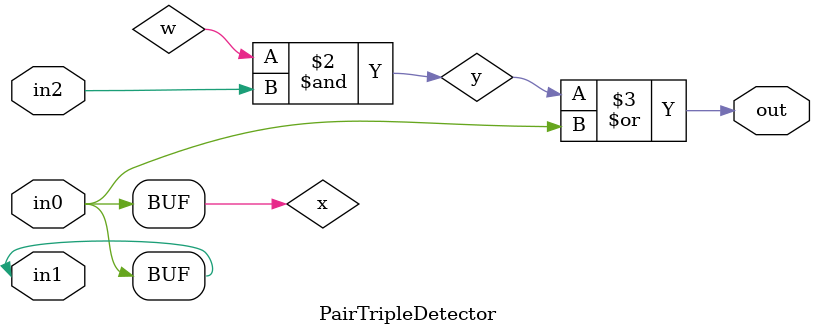
<source format=v>

module PairTripleDetector
(
  input  wire in0,
  input  wire in1,
  input  wire in2,
  output wire out
);

  wire x;
  wire y;
  wire w;
  or(in0,in1);
  and(x,in0,in1);
  and(y,w,in2);
  or(out,y,x);

endmodule


</source>
